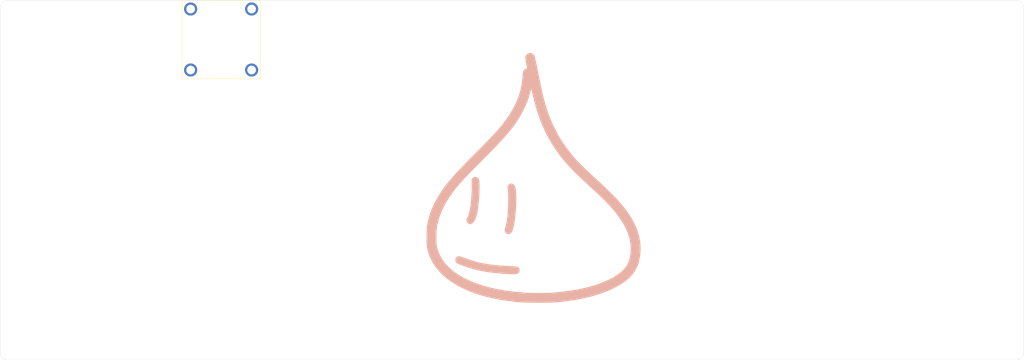
<source format=kicad_pcb>
(kicad_pcb (version 20241229) (generator "pcbnew") (generator_version "9.0")
  (title_block (title "RHYN-OW V0.1") (date "2025-05-04"))
  (layers (0 "F.Cu" signal) (2 "B.Cu" signal) (13 "F.Paste" user) (15 "B.Paste" user) (5 "F.SilkS" user "F.Silkscreen") (7 "B.SilkS" user "B.Silkscreen") (1 "F.Mask" user) (3 "B.Mask" user) (25 "Edge.Cuts" user))
  (net 0 "")
  (footprint "Audio_Module:2mmscrew" (layer "F.Cu") (at 99.65 58.196875)
    (property "Reference" "REF**" (hide yes))
    (property "Value" "2mmscrew" (hide yes))
    (pad "1" thru_hole circle (at 0 0) (size 3 3) (drill 2) (layers "*.Cu" "*.Mask"))
  )
  (footprint "Audio_Module:2mmscrew" (layer "F.Cu") (at 85.65 44.196875)
    (property "Reference" "REF**" (hide yes))
    (property "Value" "2mmscrew" (hide yes))
    (pad "1" thru_hole circle (at 0 0) (size 3 3) (drill 2) (layers "*.Cu" "*.Mask"))
  )
  (footprint "kbd_Hole:m2_Screw_Hole" (layer "F.Cu") (at 44.529375 122.158125)
    (property "Reference" "Ref**" (hide yes))
    (property "Value" "Val**" (hide yes))
    (pad "" np_thru_hole circle (at 0 0) (size 2.2 2.2) (drill 2.2) (layers "*.Cu" "*.Mask"))
  )
  (footprint "kbd_Hole:m2_Screw_Hole" (layer "F.Cu") (at 274.32 44.7675)
    (property "Reference" "Ref**" (hide yes))
    (property "Value" "Val**" (hide yes))
    (pad "" np_thru_hole circle (at 0 0) (size 2.2 2.2) (drill 2.2) (layers "*.Cu" "*.Mask"))
  )
  (footprint "kbd_Hole:m2_Screw_Hole" (layer "F.Cu") (at 274.32 122.158125)
    (property "Reference" "Ref**" (hide yes))
    (property "Value" "Val**" (hide yes))
    (pad "" np_thru_hole circle (at 0 0) (size 2.2 2.2) (drill 2.2) (layers "*.Cu" "*.Mask"))
  )
  (footprint "kbd_Hole:m2_Screw_Hole" (layer "F.Cu") (at 44.529375 44.7675 180)
    (property "Reference" "Ref**" (hide yes))
    (property "Value" "Val**" (hide yes))
    (pad "" np_thru_hole circle (at 0 0 180) (size 2.2 2.2) (drill 2.2) (layers "*.Cu" "*.Mask"))
  )
  (footprint "Audio_Module:2mmscrew" (layer "F.Cu") (at 99.65 44.196875)
    (property "Reference" "REF**" (hide yes))
    (property "Value" "2mmscrew" (hide yes))
    (pad "1" thru_hole circle (at 0 0) (size 3 3) (drill 2) (layers "*.Cu" "*.Mask"))
  )
  (footprint "Audio_Module:rp2040_tiny_c" (layer "F.Cu") (at 92.65 51.196875)
    (property "Reference" "REF**" (hide yes))
    (property "Value" "rp2040_tiny_c" (hide yes))
    (fp_line (start -9 -9) (end 0 -9) (stroke (width 0.1)) (layer "F.SilkS"))
    (fp_line (start -9 9) (end -9 -9) (stroke (width 0.1)) (layer "F.SilkS"))
    (fp_line (start 0 -9) (end 9 -9) (stroke (width 0.1)) (layer "F.SilkS"))
    (fp_line (start 9 -9) (end 9 9) (stroke (width 0.1)) (layer "F.SilkS"))
    (fp_line (start 9 9) (end -9 9) (stroke (width 0.1)) (layer "F.SilkS"))
  )
  (footprint "Audio_Module:2mmscrew" (layer "F.Cu") (at 85.65 58.196875)
    (property "Reference" "REF**" (hide yes))
    (property "Value" "2mmscrew" (hide yes))
    (pad "1" thru_hole circle (at 0 0) (size 3 3) (drill 2) (layers "*.Cu" "*.Mask"))
  )
  (footprint "ucib:ryoo_big_icon" (layer "B.Cu") (at 164.544375 83.82 180)
    (property "Reference" "G***" (hide yes))
    (property "Value" "LOGO" (hide yes))
    (fp_poly (pts (xy 5.516832 -0.437829) (xy 5.820438 -0.590346) (xy 6.059097 -0.87676) (xy 6.086919 -0.931348) (xy 6.169523 -1.150461) (xy 6.173815 -1.351647) (xy 6.112779 -1.597462) (xy 6.073691 -1.794042) (xy 6.043889 -2.103217) (xy 6.022817 -2.538796) (xy 6.009924 -3.114584) (xy 6.004654 -3.844389) (xy 6.004748 -4.291723) (xy 6.025545 -5.684357) (xy 6.082264 -6.91827) (xy 6.176116 -8.006438) (xy 6.308311 -8.961839) (xy 6.48006 -9.797451) (xy 6.539998 -10.02862) (xy 6.676821 -10.541956) (xy 6.76467 -10.918357) (xy 6.804619 -11.188757) (xy 6.797742 -11.384091) (xy 6.745114 -11.535295) (xy 6.647809 -11.673304) (xy 6.599055 -11.729041) (xy 6.278747 -11.976168) (xy 5.92479 -12.061042) (xy 5.564302 -11.979053) (xy 5.461011 -11.922532) (xy 5.252751 -11.727521) (xy 5.064541 -11.410286) (xy 4.893197 -10.960511) (xy 4.735537 -10.367879) (xy 4.588378 -9.622073) (xy 4.448538 -8.712778) (xy 4.430921 -8.583448) (xy 4.313646 -7.590916) (xy 4.224659 -6.583281) (xy 4.16406 -5.584095) (xy 4.131949 -4.616911) (xy 4.128426 -3.705283) (xy 4.153592 -2.872763) (xy 4.207546 -2.142904) (xy 4.290388 -1.53926) (xy 4.399118 -1.094571) (xy 4.589422 -0.74758) (xy 4.864015 -0.520054) (xy 5.185588 -0.415601)) (fill yes) (layer "B.SilkS"))
    (fp_poly (pts (xy 17.653564 -17.151692) (xy 17.844082 -17.273197) (xy 17.902007 -17.331713) (xy 18.080542 -17.634649) (xy 18.14439 -17.984146) (xy 18.096538 -18.326468) (xy 17.939976 -18.60788) (xy 17.825524 -18.706574) (xy 17.661294 -18.793235) (xy 17.374821 -18.924025) (xy 17.007546 -19.080675) (xy 16.631492 -19.232887) (xy 14.978772 -19.81613) (xy 13.234848 -20.296482) (xy 11.386542 -20.676479) (xy 9.420675 -20.958658) (xy 7.324069 -21.145553) (xy 6.437585 -21.194584) (xy 5.75735 -21.225929) (xy 5.22942 -21.24915) (xy 4.831107 -21.263958) (xy 4.539719 -21.270063) (xy 4.332565 -21.267172) (xy 4.186956 -21.254997) (xy 4.080199 -21.233245) (xy 3.989605 -21.201628) (xy 3.897552 -21.162061) (xy 3.593089 -20.976313) (xy 3.421302 -20.718943) (xy 3.35857 -20.472751) (xy 3.370153 -20.153127) (xy 3.482124 -19.838159) (xy 3.665056 -19.598557) (xy 3.745628 -19.542737) (xy 3.8728 -19.516337) (xy 4.149213 -19.485498) (xy 4.549054 -19.452203) (xy 5.046508 -19.418435) (xy 5.615764 -19.386176) (xy 6.065681 -19.364547) (xy 7.766077 -19.264156) (xy 9.32492 -19.117793) (xy 10.771084 -18.919982) (xy 12.133442 -18.665251) (xy 13.440868 -18.348124) (xy 14.722235 -17.963129) (xy 16.006418 -17.504791) (xy 16.13286 -17.455973) (xy 16.678559 -17.257724) (xy 17.096667 -17.142139) (xy 17.413048 -17.1074)) (fill yes) (layer "B.SilkS"))
    (fp_poly (pts (xy 13.986581 0.9888) (xy 14.196854 0.82314) (xy 14.27989 0.727504) (xy 14.336858 0.627148) (xy 14.37174 0.490138) (xy 14.388517 0.28454) (xy 14.391169 -0.02158) (xy 14.383677 -0.460156) (xy 14.379585 -0.642588) (xy 14.374734 -1.580395) (xy 14.400466 -2.535133) (xy 14.453988 -3.485564) (xy 14.532506 -4.410449) (xy 14.633227 -5.28855) (xy 14.753358 -6.098629) (xy 14.890106 -6.819447) (xy 15.040678 -7.429765) (xy 15.202279 -7.908346) (xy 15.372119 -8.233951) (xy 15.379267 -8.243795) (xy 15.560392 -8.612605) (xy 15.584285 -8.983276) (xy 15.459918 -9.320509) (xy 15.196261 -9.589) (xy 15.0124 -9.687527) (xy 14.814456 -9.765172) (xy 14.702002 -9.799685) (xy 14.695399 -9.799494) (xy 14.601149 -9.773379) (xy 14.495517 -9.747185) (xy 14.185247 -9.586575) (xy 13.887416 -9.265272) (xy 13.610796 -8.797718) (xy 13.364159 -8.198352) (xy 13.18158 -7.583998) (xy 13.051308 -6.99189) (xy 12.933736 -6.305637) (xy 12.830081 -5.548785) (xy 12.741559 -4.744882) (xy 12.669386 -3.917475) (xy 12.614779 -3.090112) (xy 12.578955 -2.286338) (xy 12.563128 -1.529703) (xy 12.568516 -0.843752) (xy 12.596335 -0.252033) (xy 12.647802 0.221906) (xy 12.724131 0.554519) (xy 12.757113 0.633518) (xy 12.986654 0.914858) (xy 13.299058 1.071931) (xy 13.647857 1.098619)) (fill yes) (layer "B.SilkS"))
    (fp_poly (pts (xy 1.207466 29.521599) (xy 1.575275 29.347455) (xy 1.870699 29.065768) (xy 2.048449 28.723495) (xy 2.070368 28.62693) (xy 2.071891 28.416051) (xy 2.037398 28.069973) (xy 1.972375 27.623685) (xy 1.882305 27.112175) (xy 1.772674 26.57043) (xy 1.691527 26.210173) (xy 1.6904 26.054208) (xy 1.789103 26.013104) (xy 2.027658 25.942188) (xy 2.278732 25.761322) (xy 2.478731 25.51833) (xy 2.501491 25.477366) (xy 2.563212 25.274385) (xy 2.622739 24.919881) (xy 2.676755 24.4375) (xy 2.715311 23.95276) (xy 2.894888 22.366357) (xy 3.219641 20.829249) (xy 3.695469 19.324722) (xy 4.328272 17.836059) (xy 5.123948 16.346546) (xy 5.759125 15.327587) (xy 6.152179 14.742415) (xy 6.549914 14.176732) (xy 6.963246 13.618165) (xy 7.403093 13.054343) (xy 7.880369 12.472894) (xy 8.405991 11.861446) (xy 8.990874 11.207626) (xy 9.645936 10.499064) (xy 10.382092 9.723387) (xy 11.210257 8.868223) (xy 12.141349 7.9212) (xy 13.186283 6.869946) (xy 13.487428 6.568553) (xy 14.583452 5.468756) (xy 15.562493 4.477231) (xy 16.435066 3.582133) (xy 17.211687 2.771612) (xy 17.902873 2.033821) (xy 18.51914 1.356913) (xy 19.071003 0.729039) (xy 19.568979 0.138352) (xy 20.023584 -0.426995) (xy 20.445335 -0.978852) (xy 20.844747 -1.529064) (xy 21.232336 -2.089481) (xy 21.416765 -2.364827) (xy 22.239916 -3.675819) (xy 22.927881 -4.931925) (xy 23.495867 -6.168071) (xy 23.959085 -7.419184) (xy 24.332744 -8.720189) (xy 24.50066 -9.446514) (xy 24.577531 -9.818467) (xy 24.63583 -10.142414) (xy 24.678145 -10.452564) (xy 24.707064 -10.78313) (xy 24.725176 -11.168323) (xy 24.735069 -11.642355) (xy 24.739332 -12.239436) (xy 24.740186 -12.612413) (xy 24.738751 -13.323836) (xy 24.731052 -13.89013) (xy 24.715374 -14.341278) (xy 24.69 -14.707264) (xy 24.653215 -15.018072) (xy 24.603303 -15.303686) (xy 24.57981 -15.415172) (xy 24.19826 -16.751525) (xy 23.654969 -18.023235) (xy 22.951852 -19.228126) (xy 22.090827 -20.364019) (xy 21.073808 -21.428737) (xy 19.902711 -22.420102) (xy 18.579453 -23.335936) (xy 17.105949 -24.174063) (xy 16.689928 -24.38316) (xy 15.190214 -25.063236) (xy 13.624718 -25.664355) (xy 11.977162 -26.190669) (xy 10.231266 -26.646334) (xy 8.370751 -27.035503) (xy 6.379337 -27.362331) (xy 4.240744 -27.630971) (xy 3.766206 -27.680913) (xy 3.382324 -27.710119) (xy 2.851545 -27.736204) (xy 2.202124 -27.758892) (xy 1.462313 -27.777906) (xy 0.660365 -27.79297) (xy -0.175465 -27.803807) (xy -1.016926 -27.810142) (xy -1.835764 -27.811698) (xy -2.603725 -27.808198) (xy -3.292556 -27.799366) (xy -3.874005 -27.784926) (xy -4.319818 -27.764601) (xy -4.379311 -27.760596) (xy -6.812478 -27.534842) (xy -9.126578 -27.215228) (xy -11.315691 -26.803143) (xy -13.373894 -26.299975) (xy -15.295264 -25.707114) (xy -17.073879 -25.025948) (xy -18.174139 -24.525051) (xy -19.474919 -23.832198) (xy -20.608812 -23.100992) (xy -21.580982 -22.326012) (xy -22.39659 -21.501838) (xy -23.060798 -20.623048) (xy -23.57877 -19.684223) (xy -23.955667 -18.679942) (xy -24.042475 -18.363193) (xy -24.317201 -16.933169) (xy -24.419347 -15.505968) (xy -24.417416 -15.467063) (xy -22.134665 -15.467063) (xy -22.088858 -16.226278) (xy -21.989176 -17.011989) (xy -21.84207 -17.756474) (xy -21.836503 -17.779469) (xy -21.566639 -18.582097) (xy -21.156503 -19.338274) (xy -20.600084 -20.053985) (xy -19.891375 -20.735212) (xy -19.024366 -21.387937) (xy -17.993047 -22.018144) (xy -17.123104 -22.472267) (xy -15.562916 -23.162836) (xy -13.868731 -23.767227) (xy -12.037014 -24.286221) (xy -10.064232 -24.720602) (xy -7.946849 -25.071152) (xy -5.681332 -25.338654) (xy -3.37207 -25.517559) (xy -2.879894 -25.538233) (xy -2.253603 -25.551486) (xy -1.534086 -25.557564) (xy -0.762233 -25.556713) (xy 0.021068 -25.549179) (xy 0.774926 -25.535207) (xy 1.458452 -25.515044) (xy 2.030757 -25.488933) (xy 2.102068 -25.484669) (xy 4.417145 -25.290523) (xy 6.631738 -25.002734) (xy 8.736534 -24.623469) (xy 10.722219 -24.154899) (xy 12.579479 -23.599193) (xy 14.298999 -22.95852) (xy 15.714622 -22.314301) (xy 17.115722 -21.544521) (xy 18.352951 -20.716694) (xy 19.428559 -19.828354) (xy 20.344795 -18.877038) (xy 21.10391 -17.860279) (xy 21.708153 -16.775612) (xy 22.159773 -15.620573) (xy 22.311681 -15.085612) (xy 22.385467 -14.669047) (xy 22.436966 -14.117142) (xy 22.466568 -13.468256) (xy 22.47466 -12.760748) (xy 22.461632 -12.032976) (xy 22.427874 -11.323299) (xy 22.373773 -10.670076) (xy 22.299719 -10.111665) (xy 22.259071 -9.897241) (xy 21.835091 -8.32398) (xy 21.242167 -6.76019) (xy 20.486461 -5.220067) (xy 19.580332 -3.727081) (xy 19.194882 -3.161294) (xy 18.803938 -2.612769) (xy 18.396671 -2.06932) (xy 17.962247 -1.518759) (xy 17.489837 -0.9489) (xy 16.96861 -0.347556) (xy 16.387733 0.297461) (xy 15.736376 0.998337) (xy 15.003707 1.76726) (xy 14.178896 2.616416) (xy 13.251111 3.557992) (xy 12.209521 4.604176) (xy 11.90871 4.904828) (xy 10.660329 6.159035) (xy 9.533753 7.308283) (xy 8.519819 8.36394) (xy 7.60936 9.337373) (xy 6.793212 10.239952) (xy 6.06221 11.083045) (xy 5.40719 11.878019) (xy 4.818985 12.636243) (xy 4.288433 13.369086) (xy 3.806366 14.087915) (xy 3.363622 14.804099) (xy 2.951034 15.529005) (xy 2.559438 16.274003) (xy 2.270364 16.860346) (xy 1.917518 17.615033) (xy 1.634535 18.273732) (xy 1.401189 18.890687) (xy 1.197256 19.520141) (xy 1.00251 20.216337) (xy 0.964062 20.363794) (xy 0.850993 20.782449) (xy 0.767996 21.041826) (xy 0.71012 21.154284) (xy 0.672415 21.13218) (xy 0.665828 21.108277) (xy 0.20614 19.178708) (xy -0.269612 17.40348) (xy -0.769627 15.761939) (xy -1.302105 14.233431) (xy -1.875244 12.797301) (xy -2.497244 11.432894) (xy -3.176303 10.119557) (xy -3.920621 8.836635) (xy -4.671186 7.663794) (xy -5.216242 6.86716) (xy -5.763957 6.109856) (xy -6.328837 5.375898) (xy -6.925383 4.649306) (xy -7.5681 3.914097) (xy -8.27149 3.154289) (xy -9.050056 2.3539) (xy -9.918303 1.496949) (xy -10.890732 0.567453) (xy -11.981848 -0.450569) (xy -12.305863 -0.749294) (xy -13.15804 -1.534701) (xy -13.895099 -2.217704) (xy -14.532201 -2.813) (xy -15.08451 -3.335283) (xy -15.567187 -3.799249) (xy -15.995396 -4.219593) (xy -16.384298 -4.61101) (xy -16.749057 -4.988197) (xy -17.104835 -5.365847) (xy -17.406852 -5.693103) (xy -18.531111 -6.986338) (xy -19.493453 -8.23639) (xy -20.298936 -9.453035) (xy -20.952619 -10.64605) (xy -21.459561 -11.825211) (xy -21.824819 -13.000292) (xy -22.053452 -14.18107) (xy -22.120144 -14.802068) (xy -22.134665 -15.467063) (xy -24.417416 -15.467063) (xy -24.348589 -14.080423) (xy -24.104607 -12.655362) (xy -23.687079 -11.229619) (xy -23.095682 -9.802022) (xy -22.330095 -8.371405) (xy -21.389996 -6.936597) (xy -20.614311 -5.912068) (xy -20.177676 -5.375344) (xy -19.735003 -4.852388) (xy -19.272916 -4.329642) (xy -18.778039 -3.793545) (xy -18.236997 -3.230538) (xy -17.636414 -2.627061) (xy -16.962914 -1.969554) (xy -16.203123 -1.244458) (xy -15.343663 -0.438213) (xy -14.37116 0.462741) (xy -13.882415 0.912489) (xy -12.850154 1.867638) (xy -11.941892 2.723358) (xy -11.146089 3.491194) (xy -10.451206 4.182691) (xy -9.845704 4.809395) (xy -9.318045 5.38285) (xy -8.85669 5.914601) (xy -8.72731 6.070369) (xy -7.469585 7.68205) (xy -6.3519 9.292312) (xy -5.36134 10.926973) (xy -4.484988 12.61185) (xy -3.709927 14.37276) (xy -3.023242 16.23552) (xy -2.412015 18.225948) (xy -2.141968 19.232989) (xy -2.037883 19.659119) (xy -1.906538 20.229938) (xy -1.753808 20.918122) (xy -1.585563 21.696348) (xy -1.407676 22.537295) (xy -1.226021 23.413639) (xy -1.046469 24.298058) (xy -0.957662 24.743104) (xy -0.79346 25.561022) (xy -0.634294 26.334568) (xy -0.484303 27.044971) (xy -0.347627 27.673459) (xy -0.228404 28.20126) (xy -0.130773 28.609603) (xy -0.058873 28.879717) (xy -0.022689 28.983613) (xy 0.223632 29.285799) (xy 0.570642 29.483917) (xy 0.963159 29.553833)) (fill yes) (layer "B.SilkS"))
  )
  (gr_arc (start 276.939375 122.886389) (mid 276.376548 124.224458) (end 275.034426 124.777551) (stroke (width 0.05)) (layer "Edge.Cuts"))
  (gr_line (start 43.81505 124.777551) (end 275.034426 124.777625) (stroke (width 0.05)) (layer "Edge.Cuts"))
  (gr_line (start 41.909996 44.053125) (end 41.910024 122.868156) (stroke (width 0.05)) (layer "Edge.Cuts"))
  (gr_arc (start 275.034425 42.148075) (mid 276.381449 42.706051) (end 276.939425 44.053075) (stroke (width 0.05)) (layer "Edge.Cuts"))
  (gr_line (start 275.034425 42.148075) (end 43.804309 42.14815) (stroke (width 0.05)) (layer "Edge.Cuts"))
  (gr_arc (start 41.909995 44.053125) (mid 42.464183 42.709868) (end 43.804309 42.14815) (stroke (width 0.05)) (layer "Edge.Cuts"))
  (gr_arc (start 43.815024 124.777551) (mid 42.467952 124.219601) (end 41.910024 122.872551) (stroke (width 0.05)) (layer "Edge.Cuts"))
  (gr_line (start 276.939375 122.886389) (end 276.939374 44.053075) (stroke (width 0.05)) (layer "Edge.Cuts"))
)
</source>
